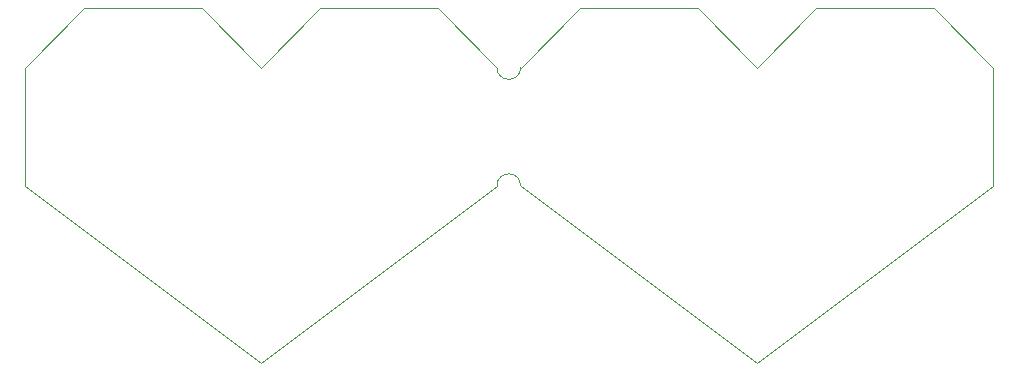
<source format=gbr>
%TF.GenerationSoftware,KiCad,Pcbnew,(5.1.8)-1*%
%TF.CreationDate,2020-11-25T19:34:47+08:00*%
%TF.ProjectId,The_Girls'Gift,5468655f-4769-4726-9c73-27476966742e,V0.8 Beta*%
%TF.SameCoordinates,Original*%
%TF.FileFunction,Profile,NP*%
%FSLAX46Y46*%
G04 Gerber Fmt 4.6, Leading zero omitted, Abs format (unit mm)*
G04 Created by KiCad (PCBNEW (5.1.8)-1) date 2020-11-25 19:34:47*
%MOMM*%
%LPD*%
G01*
G04 APERTURE LIST*
%TA.AperFunction,Profile*%
%ADD10C,0.050000*%
%TD*%
G04 APERTURE END LIST*
D10*
X185000000Y-85000000D02*
G75*
G02*
X187000000Y-85000000I1000000J0D01*
G01*
X187000000Y-75000000D02*
G75*
G02*
X185000000Y-75000000I-1000000J0D01*
G01*
X207000000Y-75000000D02*
X212000000Y-70000000D01*
X222000000Y-70000000D02*
X227000000Y-75000000D01*
X202000000Y-70000000D02*
X207000000Y-75000000D01*
X192000000Y-70000000D02*
X202000000Y-70000000D01*
X207000000Y-100000000D02*
X227000000Y-85000000D01*
X187000000Y-75000000D02*
X192000000Y-70000000D01*
X212000000Y-70000000D02*
X222000000Y-70000000D01*
X227000000Y-85000000D02*
X227000000Y-80000000D01*
X227000000Y-75000000D02*
X227000000Y-80000000D01*
X187000000Y-85000000D02*
X207000000Y-100000000D01*
X165000000Y-100000000D02*
X185000000Y-85000000D01*
X145000000Y-85000000D02*
X165000000Y-100000000D01*
X145000000Y-80000000D02*
X145000000Y-85000000D01*
X145000000Y-75000000D02*
X150000000Y-70000000D01*
X145000000Y-80000000D02*
X145000000Y-75000000D01*
X180000000Y-70000000D02*
X185000000Y-75000000D01*
X170000000Y-70000000D02*
X180000000Y-70000000D01*
X165000000Y-75000000D02*
X170000000Y-70000000D01*
X160000000Y-70000000D02*
X165000000Y-75000000D01*
X150000000Y-70000000D02*
X160000000Y-70000000D01*
M02*

</source>
